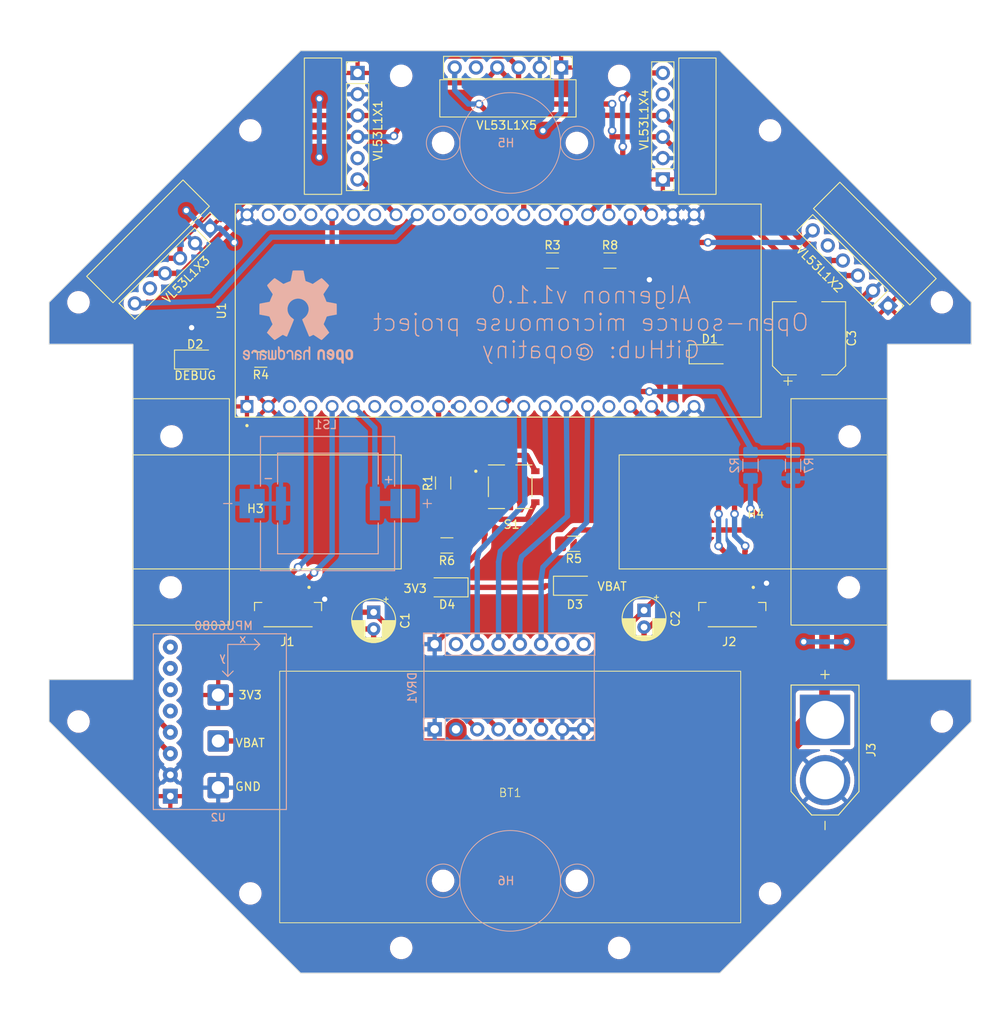
<source format=kicad_pcb>
(kicad_pcb (version 20240108) (generator "pcbnew") (generator_version "8.0")
  (title_block (title "Algernon micromouse PCB") (date "2024-05-03") (rev "v1.1.0") (company "OTH Regensburg / HEIG-VD"))
  (layers (0 "F.Cu" signal) (31 "B.Cu" signal) (34 "B.Paste" user) (35 "F.Paste" user) (36 "B.SilkS" user "B.Silkscreen") (37 "F.SilkS" user "F.Silkscreen") (38 "B.Mask" user) (39 "F.Mask" user) (44 "Edge.Cuts" user))
  (net 0 "")
  (net 1 "GND")
  (net 2 "Net-(D1-K)")
  (net 3 "Net-(D2-A)")
  (net 4 "ENC_L2")
  (net 5 "ENC_L1")
  (net 6 "+3.3V")
  (net 7 "MOT_L2")
  (net 8 "MOT_L1")
  (net 10 "ENC_R2")
  (net 11 "ENC_R1")
  (net 12 "MOT_R2")
  (net 13 "MOT_R1")
  (net 15 "+BATT")
  (net 16 "buzzer")
  (net 17 "SCL")
  (net 18 "SDA")
  (net 20 "XSHUT_L")
  (net 22 "XSHUT_FR")
  (net 24 "XSHUT_FL")
  (net 26 "XSHUT_R")
  (net 27 "XSHUT_F")
  (net 29 "DRV_L1")
  (net 30 "DRV_L2")
  (net 31 "DRV_R1")
  (net 32 "DRV_R2")
  (net 35 "unconnected-(U1-GPIO18-PadJ1_11)")
  (net 36 "button")
  (net 46 "Net-(D3-A)")
  (net 53 "Net-(D4-A)")
  (net 54 "Mes_bat")
  (net 55 "Mes_VCC")
  (net 56 "DEBUG")
  (footprint "footprints:JST_SH_6pins" (layer "F.Cu") (at 98.500006 108.000013 180)
    (property "Reference" "J1")
    (property "Value" "Left motor")
  )
  (footprint "LED_SMD:LED_1206_3216Metric_Pad1.42x1.75mm_HandSolder" (layer "F.Cu") (at 87.4125 76.835)
    (property "Reference" "D2")
    (property "Value" "DEBUG")
  )
  (footprint "footprints:Micromouse_bumper" (layer "F.Cu") (at 125 40)
    (property "Reference" "H1")
    (property "Value" "Bumper_front")
  )
  (footprint "Diode_SMD:D_1206_3216Metric_Pad1.42x1.75mm_HandSolder" (layer "F.Cu") (at 148.8075 76.2)
    (property "Reference" "D1")
    (property "Value" "D_Schottky")
  )
  (footprint "Resistor_SMD:R_1206_3216Metric_Pad1.30x1.75mm_HandSolder" (layer "F.Cu") (at 130.048 65.024)
    (property "Reference" "R3")
    (property "Value" "10k")
  )
  (footprint "Connector_Wire:SolderWire-0.75sqmm_1x01_D1.25mm_OD2.3mm" (layer "F.Cu") (at 90.17 127.889)
    (property "Reference" "H9")
    (property "Value" "GND")
  )
  (footprint "footprints:TinyTronics_VL53L1X_header_front" (layer "F.Cu") (at 131.08 42 -90)
    (property "Reference" "VL53L1X5")
    (property "Value" "Front")
  )
  (footprint "footprints:Polulu_Micro_Gearmotor" (layer "F.Cu") (at 91.499995 94.999988 180)
    (property "Reference" "H3")
    (property "Value" "Motor_holes")
  )
  (footprint "Connector_Wire:SolderWire-0.75sqmm_1x01_D1.25mm_OD2.3mm" (layer "F.Cu") (at 90.17 116.84)
    (property "Reference" "H7")
    (property "Value" "3V3")
  )
  (footprint "Capacitor_THT:CP_Radial_D5.0mm_P2.00mm" (layer "F.Cu") (at 108.712 106.966 -90)
    (property "Reference" "C1")
    (property "Value" "0.1uF")
  )
  (footprint "footprints:TinyTronics_VL53L1X" (layer "F.Cu") (at 143.207511 55.350004 180)
    (property "Reference" "VL53L1X4")
    (property "Value" "Right")
  )
  (footprint "footprints:LiPo_2S1P_Battery" (layer "F.Cu") (at 125 129)
    (property "Reference" "BT1")
    (property "Value" "Battery")
  )
  (footprint "footprints:Polulu_Micro_Gearmotor" (layer "F.Cu") (at 158.499988 94.999988)
    (property "Reference" "H4")
    (property "Value" "Motor_holes")
  )
  (footprint "Resistor_SMD:R_1206_3216Metric_Pad1.30x1.75mm_HandSolder" (layer "F.Cu") (at 136.906 65.024)
    (property "Reference" "R8")
    (property "Value" "1k")
  )
  (footprint "LED_SMD:LED_1206_3216Metric_Pad1.42x1.75mm_HandSolder" (layer "F.Cu") (at 117.5125 104 180)
    (property "Reference" "D4")
    (property "Value" "3V3")
  )
  (footprint "footprints:JST_SH_6pins" (layer "F.Cu") (at 151.500002 108.000013 180)
    (property "Reference" "J2")
    (property "Value" "Right motor")
  )
  (footprint "Resistor_SMD:R_1206_3216Metric_Pad1.30x1.75mm_HandSolder" (layer "F.Cu") (at 117 91.55 90)
    (property "Reference" "R1")
    (property "Value" "20k")
  )
  (footprint "Resistor_SMD:R_1206_3216Metric_Pad1.30x1.75mm_HandSolder" (layer "F.Cu") (at 95.25 76.835 180)
    (property "Reference" "R4")
    (property "Value" "30k")
  )
  (footprint "footprints:SW_PTS526_SMG15_SMTR2_LFS" (layer "F.Cu") (at 125 92)
    (property "Reference" "S1")
    (property "Value" "PTS526_SMG15_SMTR2_LFS")
  )
  (footprint "Capacitor_SMD:CP_Elec_8x10.5" (layer "F.Cu") (at 160.655 74.295 90)
    (property "Reference" "C3")
    (property "Value" "220uF")
  )
  (footprint "footprints:TinyTronics_VL53L1X" (layer "F.Cu") (at 170.071542 70.408724 -135)
    (property "Reference" "VL53L1X2")
    (property "Value" "Front-right")
  )
  (footprint "footprints:Micromouse_bumper" (layer "F.Cu") (at 125 150 180)
    (property "Reference" "H2")
    (property "Value" "Bumper_back")
  )
  (footprint "footprints:TinyTronics_VL53L1X" (layer "F.Cu") (at 89.201219 61.15845 -45)
    (property "Reference" "VL53L1X3")
    (property "Value" "Front-left")
  )
  (footprint "Capacitor_THT:CP_Radial_D5.0mm_P2.00mm" (layer "F.Cu") (at 140.97 106.740888 -90)
    (property "Reference" "C2")
    (property "Value" "0.1uF")
  )
  (footprint "LED_SMD:LED_1206_3216Metric_Pad1.42x1.75mm_HandSolder" (layer "F.Cu") (at 132.6245 103.806)
    (property "Reference" "D3")
    (property "Value" "VBAT")
  )
  (footprint "Resistor_SMD:R_1206_3216Metric_Pad1.30x1.75mm_HandSolder" (layer "F.Cu") (at 117.45 99 180)
    (property "Reference" "R6")
    (property "Value" "5k")
  )
  (footprint "footprints:AMASS_XT60-M" (layer "F.Cu") (at 162.56 123.4 -90)
    (property "Reference" "J3")
    (property "Value" "XT60-M")
  )
  (footprint "Resistor_SMD:R_1206_3216Metric_Pad1.30x1.75mm_HandSolder" (layer "F.Cu") (at 132.562 98.806)
    (property "Reference" "R5")
    (property "Value" "30k")
  )
  (footprint "footprints:TinyTronics_VL53L1X" (layer "F.Cu") (at 106.792497 42.650004)
    (property "Reference" "VL53L1X1")
    (property "Value" "Left")
  )
  (footprint "footprints:XCVR_ESP32-S3-DEVKITC-1U-N8R2" (layer "F.Cu") (at 123.569 70.993 90)
    (property "Reference" "U1")
    (property "Value" "ESP32-S3-DEVKITC-1U-N8R2")
  )
  (footprint "Connector_Wire:SolderWire-0.75sqmm_1x01_D1.25mm_OD2.3mm" (layer "F.Cu") (at 90.17 122.32)
    (property "Reference" "H8")
    (property "Value" "VBAT")
  )
  (footprint "footprints:GY-521" (layer "B.Cu") (at 90.551 120.015)
    (property "Reference" "U2")
    (property "Value" "GY-521")
  )
  (footprint "Resistor_SMD:R_1206_3216Metric_Pad1.30x1.75mm_HandSolder" (layer "B.Cu") (at 158.75 89.45 -90)
    (property "Reference" "R7")
    (property "Value" "1k")
  )
  (footprint "footprints:caster_wheel_custom" (layer "B.Cu") (at 125 51 180)
    (property "Reference" "H5")
    (property "Value" "Caster_wheel")
  )
  (footprint "footprints:caster_wheel_custom" (layer "B.Cu") (at 125 139 180)
    (property "Reference" "H6")
    (property "Value" "Caster_wheel")
  )
  (footprint "Symbol:OSHW-Logo2_14.6x12mm_SilkScreen" (layer "B.Cu") (at 99.695 71.755 180)
    (property "Reference" "REF**" (hide yes))
    (property "Value" "OSHW-Logo2_14.6x12mm_SilkScreen" (hide yes))
  )
  (footprint "footprints:buzzer_double_footprint" (layer "B.Cu") (at 103 94 180)
    (property "Reference" "LS1")
    (property "Value" "PKLCS1212E20A0-R1")
  )
  (footprint "Resistor_SMD:R_1206_3216Metric_Pad1.30x1.75mm_HandSolder" (layer "B.Cu") (at 153.67 89.45 90)
    (property "Reference" "R2")
    (property "Value" "10k")
  )
  (footprint "footprints:Polulu_DRV8833" (layer "B.Cu") (at 125 116 -90)
    (property "Reference" "DRV1")
    (property "Value" "DRV8833")
  )
  (gr_poly (pts (xy 180 70) (xy 180 75) (xy 170 75) (xy 170 115) (xy 180 115) (xy 180 120) (xy 150 150) (xy 100 150) (xy 70 120) (xy 70 115) (xy 80 115) (xy 80 75) (xy 70 75) (xy 70 70) (xy 100 40) (xy 150 40)) (stroke (width 0.1)) (fill none) (layer "Edge.Cuts"))
  (gr_text "Algernon v1.1.0\nOpen-source micromouse project\nGitHub: @opatiny" (at 134.62 67.945 0) (layer "B.SilkS") (effects (font (size 2.032 2.032)) (justify top mirror)))
  (segment (start 122 97.71) (end 122 93.85) (width 0.635) (layer "F.Cu") (net 1))
  (segment (start 119 104) (end 119 107.762002) (width 0.635) (layer "F.Cu") (net 1))
  (segment (start 129.219 103.806) (end 129.025 104) (width 0.635) (layer "F.Cu") (net 1))
  (segment (start 154.000002 105.079998) (end 155.575 103.505) (width 0.635) (layer "F.Cu") (net 1))
  (segment (start 160.655 70.595) (end 166.293164 70.595) (width 1.27) (layer "F.Cu") (net 1))
  (segment (start 102.804987 105.475013) (end 102.87 105.41) (width 0.635) (layer "F.Cu") (net 1))
  (segment (start 122 93.85) (end 122.05 93.85) (width 0.635) (layer "F.Cu") (net 1))
  (segment (start 119 107.762002) (end 115.991001 110.771001) (width 0.635) (layer "F.Cu") (net 1))
  (segment (start 166.293164 70.595) (end 168.275491 68.612673) (width 1.27) (layer "F.Cu") (net 1))
  (segment (start 119 101.98) (end 121.92 99.06) (width 0.635) (layer "F.Cu") (net 1))
  (segment (start 154.000002 105.475013) (end 154.000002 105.079998) (width 0.635) (layer "F.Cu") (net 1))
  (segment (start 121.92 97.79) (end 122 97.71) (width 0.635) (layer "F.Cu") (net 1))
  (segment (start 119 104) (end 119 101.98) (width 0.635) (layer "F.Cu") (net 1))
  (segment (start 144.399 59.563) (end 144.018 59.563) (width 0.635) (layer "F.Cu") (net 1))
  (segment (start 123.32 93.85) (end 122 93.85) (width 0.635) (layer "F.Cu") (net 1))
  (segment (start 85.925 76.835) (end 85.925 74.095) (width 0.635) (layer "F.Cu") (net 1))
  (segment (start 119 104) (end 129.025 104) (width 0.635) (layer "F.Cu") (net 1))
  (segment (start 128 93.85) (end 127 95.885) (width 0.635) (layer "F.Cu") (net 1))
  (segment (start 123.825 95.885) (end 123.32 93.85) (width 0.635) (layer "F.Cu") (net 1))
  (segment (start 138.456 66.701) (end 139.065 67.31) (width 0.635) (layer "F.Cu") (net 1))
  (segment (start 85.925 74.095) (end 86.995 73.025) (width 0.635) (layer "F.Cu") (net 1))
  (segment (start 101.000006 105.475013) (end 102.804987 105.475013) (width 0.635) (layer "F.Cu") (net 1))
  (segment (start 138.456 65.024) (end 138.456 66.701) (width 0.635) (layer "F.Cu") (net 1))
  (segment (start 139.065 67.31) (end 141.605 67.31) (width 0.635) (layer "F.Cu") (net 1))
  (segment (start 131.137 103.806) (end 129.219 103.806) (width 0.635) (layer "F.Cu") (net 1))
  (segment (start 127 95.885) (end 123.825 95.885) (width 0.635) (layer "F.Cu") (net 1))
  (segment (start 121.92 99.06) (end 121.92 97.79) (width 0.635) (layer "F.Cu") (net 1))
  (via (at 155.575 103.505) (size 1.016) (drill 0.635) (layers "F.Cu" "B.Cu") (net 1))
  (via (at 141.605 67.31) (size 1.016) (drill 0.635) (layers "F.Cu" "B.Cu") (net 1))
  (via (at 102.87 105.41) (size 1.016) (drill 0.635) (layers "F.Cu" "B.Cu") (net 1))
  (via (at 86.995 73.025) (size 1.016) (drill 0.635) (layers "F.Cu" "B.Cu") (net 1))
  (segment (start 94.214 94) (end 94.209 94.005) (width 0.635) (layer "B.Cu") (net 1))
  (segment (start 144.399 82.423) (end 144.399 79.121) (width 1.27) (layer "F.Cu") (net 2))
  (segment (start 144.399 79.121) (end 147.32 76.2) (width 1.27) (layer "F.Cu") (net 2))
  (segment (start 93.7 76.835) (end 88.9 76.835) (width 0.635) (layer "F.Cu") (net 3))
  (segment (start 100.000006 105.475013) (end 100.000006 103.834994) (width 0.635) (layer "F.Cu") (net 4))
  (segment (start 100.000006 103.834994) (end 101.6 102.235) (width 0.635) (layer "F.Cu") (net 4))
  (via (at 101.6 102.235) (size 1.016) (drill 0.635) (layers "F.Cu" "B.Cu") (net 4))
  (segment (start 103.759 82.423) (end 103.759 100.076) (width 0.635) (layer "B.Cu") (net 4))
  (segment (start 103.759 100.076) (end 101.6 102.235) (width 0.635) (layer "B.Cu") (net 4))
  (segment (start 99.000006 102.294994) (end 99.695 101.6) (width 0.635) (layer "F.Cu") (net 5))
  (segment (start 99.000006 105.475013) (end 99.000006 102.294994) (width 0.635) (layer "F.Cu") (net 5))
  (via (at 99.695 101.6) (size 1.016) (drill 0.635) (layers "F.Cu" "B.Cu") (net 5))
  (segment (start 101.219 82.423) (end 101.219 100.076) (width 0.635) (layer "B.Cu") (net 5))
  (segment (start 101.219 100.076) (end 99.695 101.6) (width 0.635) (layer "B.Cu") (net 5))
  (segment (start 117 97) (end 119 99) (width 0.635) (layer "F.Cu") (net 6))
  (segment (start 98.000006 105.475013) (end 98.000006 103.080006) (width 0.635) (layer "F.Cu") (net 6))
  (segment (start 117 93.1) (end 117 97) (width 0.635) (layer "F.Cu") (net 6))
  (segment (start 98.000006 103.080006) (end 97.155 102.235) (width 0.635) (layer "F.Cu") (net 6))
  (via (at 92.075 62.865) (size 1.016) (drill 0.635) (layers "F.Cu" "B.Cu") (net 6))
  (via (at 86.36 59.055) (size 1.016) (drill 0.635) (layers "F.Cu" "B.Cu") (net 6))
  (via (at 102.235 52.705) (size 1.016) (drill 0.635) (layers "F.Cu" "B.Cu") (net 6))
  (via (at 160.02 110.49) (size 1.016) (drill 0.635) (layers "F.Cu" "B.Cu") (net 6))
  (via (at 128.905 49.53) (size 1.016) (drill 0.635) (layers "F.Cu" "B.Cu") (net 6))
  (via (at 102.235 45.72) (size 1.016) (drill 0.635) (layers "F.Cu" "B.Cu") (net 6))
  (via (at 165.1 110.49) (size 1.016) (drill 0.635) (layers "F.Cu" "B.Cu") (net 6))
  (segment (start 131.08 47.355) (end 128.905 49.53) (width 0.635) (layer "B.Cu") (net 6))
  (segment (start 90.36845 61.15845) (end 92.075 62.865) (width 0.635) (layer "B.Cu") (net 6))
  (segment (start 89.201219 61.15845) (end 88.46345 61.15845) (width 0.635) (layer "B.Cu") (net 6))
  (segment (start 160.02 110.49) (end 165.1 110.49) (width 0.635) (layer "B.Cu") (net 6))
  (segment (start 88.46345 61.15845) (end 86.36 59.055) (width 0.635) (layer "B.Cu") (net 6))
  (segment (start 131.08 42) (end 131.08 47.355) (width 0.635) (layer "B.Cu") (net 6))
  (segment (start 102.235 45.72) (end 102.235 52.705) (width 0.635) (layer "B.Cu") (net 6))
  (segment (start 89.201219 61.15845) (end 90.36845 61.15845) (width 0.635) (layer "B.Cu") (net 6))
  (segment (start 110.49 108.744) (end 110.49 112.395) (width 0.635) (layer "F.Cu") (net 7))
  (segment (start 99.969993 109.855) (end 103.505 109.855) (width 0.635) (layer "F.Cu") (net 7))
  (segment (start 110.49 112.395) (end 116.005 117.91) (width 0.635) (layer "F.Cu") (net 7))
  (segment (start 97.000006 105.475013) (end 97.000006 106.885013) (width 0.635) (layer "F.Cu") (net 7))
  (segment (start 106.394 106.966) (end 108.712 106.966) (width 0.635) (layer "F.Cu") (net 7))
  (segment (start 103.505 109.855) (end 106.394 106.966) (width 0.635) (layer "F.Cu") (net 7))
  (segment (start 120.589999 117.91) (end 123.611 120.931001) (width 0.635) (layer "F.Cu") (net 7))
  (segment (start 108.712 106.966) (end 110.49 108.744) (width 0.635) (layer "F.Cu") (net 7))
  (segment (start 97.000006 106.885013) (end 99.969993 109.855) (width 0.635) (layer "F.Cu") (net 7))
  (segment (start 116.005 117.91) (end 120.589999 117.91) (width 0.635) (layer "F.Cu") (net 7))
  (segment (start 99.695 111.125) (end 104.14 111.125) (width 0.635) (layer "F.Cu") (net 8))
  (segment (start 96.000006 105.475013) (end 96.000006 107.430006) (width 0.635) (layer "F.Cu") (net 8))
  (segment (start 106.299 108.966) (end 108.712 108.966) (width 0.635) (layer "F.Cu") (net 8))
  (segment (start 118.885 118.745) (end 121.071001 120.931001) (width 0.635) (layer "F.Cu") (net 8))
  (segment (start 96.000006 107.430006) (end 99.695 111.125) (width 0.635) (layer "F.Cu") (net 8))
  (segment (start 108.712 113.157) (end 114.3 118.745) (width 0.635) (layer "F.Cu") (net 8))
  (segment (start 114.3 118.745) (end 118.885 118.745) (width 0.635) (layer "F.Cu") (net 8))
  (segment (start 108.712 108.966) (end 108.712 113.157) (width 0.635) (layer "F.Cu") (net 8))
  (segment (start 108.712 108.966) (end 109.106 108.966) (width 0.635) (layer "F.Cu") (net 8))
  (segment (start 104.14 111.125) (end 106.299 108.966) (width 0.635) (layer "F.Cu") (net 8))
  (segment (start 153.035 99.06) (end 153.035 99.695) (width 0.635) (layer "F.Cu") (net 10))
  (segment (start 153.000002 99.729998) (end 153.000002 105.475013) (width 0.635) (layer "F.Cu") (net 10))
  (segment (start 153.035 99.695) (end 153.000002 99.729998) (width 0.635) (layer "F.Cu") (net 10))
  (segment (start 141.859 82.423) (end 151.765 92.329) (width 0.635) (layer "F.Cu") (net 10))
  (segment (start 151.765 92.329) (end 151.765 95.25) (width 0.635) (layer "F.Cu") (net 10))
  (via (at 153.035 99.06) (size 1.016) (drill 0.635) (layers "F.Cu" "B.Cu") (net 10))
  (via (at 151.765 95.25) (size 1.016) (drill 0.635) (layers "F.Cu" "B.Cu") (net 10))
  (segment (start 151.765 95.25) (end 151.765 97.79) (width 0.635) (layer "B.Cu") (net 10))
  (segment (start 151.765 97.79) (end 153.035 99.06) (width 0.635) (layer "B.Cu") (net 10))
  (segment (start 149.86 92.964) (end 149.86 95.25) (width 0.635) (layer "F.Cu") (net 11))
  (segment (start 152.000002 101.200002) (end 152.000002 105.475013) (width 0.635) (layer "F.Cu") (net 11))
  (segment (start 139.319 82.423) (end 149.86 92.964) (width 0.635) (layer "F.Cu") (net 11))
  (segment (start 149.86 99.06) (end 152.000002 101.200002) (width 0.635) (layer "F.Cu") (net 11))
  (via (at 149.86 95.25) (size 1.016) (drill 0.635) (layers "F.Cu" "B.Cu") (net 11))
  (via (at 149.86 99.06) (size 1.016) (drill 0.635) (layers "F.Cu" "B.Cu") (net 11))
  (segment (start 149.86 95.25) (end 149.86 99.06) (width 0.635) (layer "B.Cu") (net 11))
  (segment (start 128.27 116.84) (end 126.151 118.959) (width 0.635) (layer "F.Cu") (net 12))
  (segment (start 135.89 116.84) (end 128.27 116.84) (width 0.635) (layer "F.Cu") (net 12))
  (segment (start 140.97 106.740888) (end 140.909112 106.740888) (width 0.635) (layer "F.Cu") (net 12))
  (segment (start 140.97 106.740888) (end 139.065 108.645888) (width 0.635) (layer "F.Cu") (net 12))
  (segment (start 149.774989 104.14) (end 143.570888 104.14) (width 0.635) (layer "F.Cu") (net 12))
  (segment (start 150.000002 104.365013) (end 149.774989 104.14) (width 0.635) (layer "F.Cu") (net 12))
  (segment (start 126.151 118.959) (end 126.151 120.931001) (width 0.635) (layer "F.Cu") (net 12))
  (segment (start 139.065 108.645888) (end 139.065 113.665) (width 0.635) (layer "F.Cu") (net 12))
  (segment (start 150.000002 105.475013) (end 150.000002 104.365013) (width 0.635) (layer "F.Cu") (net 12))
  (segment (start 143.570888 104.14) (end 140.97 106.740888) (width 0.635) (layer "F.Cu") (net 12))
  (segment (start 139.065 113.665) (end 135.89 116.84) (width 0.635) (layer "F.Cu") (net 12))
  (segment (start 144.870875 105.475013) (end 141.605 108.740888) (width 0.635) (layer "F.Cu") (net 13))
  (segment (start 128.691001 119.593999) (end 128.691001 120.931001) (width 0.635) (layer "F.Cu") (net 13))
  (segment (start 140.97 108.740888) (end 140.97 114.3) (width 0.635) (layer "F.Cu") (net 13))
  (segment (start 149.000002 105.475013) (end 144.870875 105.475013) (width 0.635) (layer "F.Cu") (net 13))
  (segment (start 137.16 118.11) (end 130.175 118.11) (width 0.635) (layer "F.Cu") (net 13))
  (segment (start 141.605 108.740888) (end 140.97 108.740888) (width 0.635) (layer "F.Cu") (net 13))
  (segment (start 130.175 118.11) (end 128.691001 119.593999) (width 0.635) (layer "F.Cu") (net 13))
  (segment (start 140.97 114.3) (end 137.16 118.11) (width 0.635) (layer "F.Cu") (net 13))
  (segment (start 154.305 97.155) (end 132.663 97.155) (width 0.635) (layer "F.Cu") (net 15))
  (segment (start 154.305 97.155) (end 162.500005 97.155) (width 0.635) (layer "F.Cu") (net 15))
  (segment (start 157.48 76.2) (end 162.56 81.28) (width 1.27) (layer "F.Cu") (net 15))
  (segment (start 118.531001 120.931001) (end 118.531001 122.133082) (width 2.54) (layer "F.Cu") (net 15))
  (segment (start 150.295 76.2) (end 157.48 76.2) (width 1.27) (layer "F.Cu") (net 15))
  (segment (start 162.500005 97.79) (end 162.500005 118.40001) (width 1.27) (layer "F.Cu") (net 15))
  (segment (start 154.305 95.25) (end 153.67 94.615) (width 0.635) (layer "F.Cu") (net 15))
  (segment (start 118.531001 122.133082) (end 120.740419 124.3425) (width 2.54) (layer "F.Cu") (net 15))
  (segment (start 118.344083 122.32) (end 118.531001 122.133082) (width 0.635) (layer "F.Cu") (net 15))
  (segment (start 156.557515 124.3425) (end 162.500005 118.40001) (width 2.54) (layer "F.Cu") (net 15))
  (segment (start 90.17 122.32) (end 118.344083 122.32) (width 0.635) (layer "F.Cu") (net 15))
  (segment (start 162.56 82.55) (end 162.500005 82.609995) (width 1.27) (layer "F.Cu") (net 15))
  (segment (start 162.500005 97.155) (end 162.500005 97.79) (width 1.27) (layer "F.Cu") (net 15))
  (segment (start 132.663 97.155) (end 131.012 98.806) (width 0.635) (layer "F.Cu") (net 15))
  (segment (start 154.305 97.155) (end 154.305 95.25) (width 0.635) (layer "F.Cu") (net 15))
  (segment (start 120.740419 124.3425) (end 156.557515 124.3425) (width 2.54) (layer "F.Cu") (net 15))
  (segment (start 162.56 81.28) (end 162.56 82.55) (width 1.27) (layer "F.Cu") (net 15))
  (segment (start 162.500005 82.609995) (end 162.500005 97.79) (width 1.27) (layer "F.Cu") (net 15))
  (via (at 153.67 94.615) (size 1.016) (drill 0.635) (layers "F.Cu" "B.Cu") (net 15))
  (segment (start 153.67 94.615) (end 153.67 91) (width 0.635) (layer "B.Cu") (net 15))
  (segment (start 106.299 82.423) (end 108.854 84.978) (width 0.635) (layer "B.Cu") (net 16))
  (segment (start 108.854 94) (end 112.204 94) (width 0.635) (layer "B.Cu") (net 16))
  (segment (start 112.204 94) (end 112.209 94.005) (width 0.635) (layer "B.Cu") (net 16))
  (segment (start 108.854 84.978) (end 108.854 94) (width 0.635) (layer "B.Cu") (net 16))
  (segment (start 126 42) (end 126 44.335849) (width 0.635) (layer "F.Cu") (net 17))
  (segment (start 76.835 73.66) (end 80.01 73.66) (width 0.635) (layer "F.Cu") (net 17))
  (segment (start 137.265004 50.270004) (end 143.207511 50.270004) (width 0.635) (layer "F.Cu") (net 17))
  (segment (start 106.792497 47.730004) (end 100.695727 47.730004) (width 0.635) (layer "F.Cu") (net 17))
  (segment (start 111.1325 40.6325) (end 109.855 41.91) (width 0.635) (layer "F.Cu") (net 17))
  (segment (start 83.675179 64.750552) (end 83.655731 64.77) (width 0.635) (layer "F.Cu") (net 17))
  (segment (start 137.16 49.53) (end 137.16 50.165) (width 0.635) (layer "F.Cu") (net 17))
  (segment (start 109.855 41.91) (end 109.855 46.99) (width 0.635) (layer "F.Cu") (net 17))
  (segment (start 76.2 69.215) (end 76.2 73.025) (width 0.635) (layer "F.Cu") (net 17))
  (segment (start 80.01 73.66) (end 81.28 74.93) (width 0.635) (layer "F.Cu") (net 17))
  (segment (start 81.28 120.65) (end 84.455 123.825) (width 0.635) (layer "F.Cu") (net 17))
  (segment (start 128.019151 46.355) (end 137.16 46.355) (width 0.635) (layer "F.Cu") (net 17))
  (segment (start 126 42) (end 124.6325 40.6325) (width 0.635) (layer "F.Cu") (net 17))
  (segment (start 143.207511 50.270004) (end 159.754129 66.816622) (width 0.635) (layer "F.Cu") (net 17))
  (segment (start 109.855 46.99) (end 108.479996 47.730004) (width 0.635) (layer "F.Cu") (net 17))
  (segment (start 85.609117 62.816614) (end 85.609117 64.750552) (width 0.635) (layer "F.Cu") (net 17))
  (segment (start 83.655731 64.77) (end 80.645 64.77) (width 0.635) (layer "F.Cu") (net 17))
  (segment (start 137.16 50.165) (end 137.16 50.8) (width 0.635) (layer "F.Cu") (net 17))
  (segment (start 76.2 73.025) (end 76.835 73.66) (width 0.635) (layer "F.Cu") (net 17))
  (segment (start 137.16 50.8) (end 136.779 51.181) (width 0.635) (layer "F.Cu") (net 17))
  (segment (start 136.779 51.181) (end 136.779 59.563) (width 0.635) (layer "F.Cu") (net 17))
  (segment (start 159.754129 66.816622) (end 166.47944 66.816622) (width 0.635) (layer "F.Cu") (net 17))
  (segment (start 80.645 64.77) (end 76.2 69.215) (width 0.635) (layer "F.Cu") (net 17))
  (segment (start 81.28 74.93) (end 81.28 120.65) (width 0.635) (layer "F.Cu") (net 17))
  (segment (start 124.6325 40.6325) (end 111.1325 40.6325) (width 0.635) (layer "F.Cu") (net 17))
  (segment (start 137.16 50.165) (end 137.265004 50.270004) (width 0.635) (layer "F.Cu") (net 17))
  (segment (start 108.479996 47.730004) (end 106.792497 47.730004) (width 0.635) (layer "F.Cu") (net 17))
  (segment (start 126 44.335849) (end 128.019151 46.355) (width 0.635) (layer "F.Cu") (net 17))
  (segment (start 100.695727 47.730004) (end 85.609117 62.816614) (width 0.635) (layer "F.Cu") (net 17))
  (segment (start 85.609117 64.750552) (end 83.675179 64.750552) (width 0.635) (layer "F.Cu") (net 17))
  (via (at 137.16 46.355) (size 1.016) (drill 0.635) (layers "F.Cu" "B.Cu") (net 17))
  (via (at 137.16 49.53) (size 1.016) (drill 0.635) (layers "F.Cu" "B.Cu") (net 17))
  (segment (start 137.16 46.355) (end 137.16 49.53) (width 0.635) (layer "B.Cu") (net 17))
  (segment (start 128.27 47.625) (end 125.095 45.085) (width 0.635) (layer "F.Cu") (net 18))
  (segment (start 106.792497 50.270004) (end 101.078267 50.270004) (width 0.635) (layer "F.Cu") (net 18))
  (segment (start 80.773396 66.546604) (end 77.47 69.85) (width 0.635) (layer "F.Cu") (net 18))
  (segment (start 91.44 59.908271) (end 91.44 60.853607) (width 0.635) (layer "F.Cu") (net 18))
  (segment (start 121.92 43.815) (end 123.46 42) (width 0.635) (layer "F.Cu") (net 18))
  (segment (start 143.207511 47.730004) (end 160.498077 65.02057) (width 0.635) (layer "F.Cu") (net 18))
  (segment (start 125.095 45.085) (end 124.46 44.45) (width 0.635) (layer "F.Cu") (net 18))
  (segment (start 124.46 44.45) (end 124.46 43) (width 0.635) (layer "F.Cu") (net 18))
  (segment (start 82.55 75.019132) (end 82.55 119.38) (width 0.635) (layer "F.Cu") (net 18))
  (segment (start 82.55 119.38) (end 84.455 121.285) (width 0.635) (layer "F.Cu") (net 18))
  (segment (start 135.255 58.547) (end 135.255 47.690051) (width 0.635) (layer "F.Cu") (net 18))
  (segment (start 143.207511 47.730004) (end 139.545004 47.730004) (width 0.635) (layer "F.Cu") (net 18))
  (segment (start 111.125 50.165) (end 114.935 43.815) (width 0.635) (layer "F.Cu") (net 18))
  (segment (start 77.905 72.825) (end 80.355868 72.825) (width 0.635) (layer "F.Cu") (net 18))
  (segment (start 139.545004 47.730004) (end 135.255 47.690051) (width 0.635) (layer "F.Cu") (net 18))
  (segment (start 85.747003 66.546604) (end 83.813065 66.546604) (width 0.635) (layer "F.Cu") (net 18))
  (segment (start 134.239 59.563) (end 135.255 58.547) (width 0.635) (layer "F.Cu") (net 18))
  (segment (start 91.44 60.853607) (end 85.747003 66.546604) (width 0.635) (layer "F.Cu") (net 18))
  (segment (start 160.498077 65.02057) (end 164.683388 65.02057) (width 0.635) (layer "F.Cu") (net 18))
  (segment (start 77.47 69.85) (end 77.47 71.955) (width 0.635) (layer "F.Cu") (net 18))
  (segment (start 77.47 71.955) (end 77.905 72.825) (width 0.635) (layer "F.Cu") (net 18))
  (segment (start 114.935 43.815) (end 121.92 43.815) (width 0.635) (layer "F.Cu") (net 18))
  (segment (start 80.355868 72.825) (end 82.55 75.019132) (width 0.635) (layer "F.Cu") (net 18))
  (segment (start 135.255 47.690051) (end 128.27 47.625) (width 0.635) (layer "F.Cu") (net 18))
  (segment (start 124.46 43) (end 123.46 42) (width 0.635) (layer "F.Cu") (net 18))
  (segment (start 101.078267 50.270004) (end 91.44 59.908271) (width 0.635) (layer "F.Cu") (net 18))
  (segment (start 83.813065 66.546604) (end 80.773396 66.546604) (width 0.635) (layer "F.Cu") (net 18))
  (via (at 111.125 50.165) (size 1.016) (drill 0.635) (layers "F.Cu" "B.Cu") (net 18))
  (segment (start 111.019996 50.270004) (end 111.125 50.165) (width 0.635) (layer "B.Cu") (net 18))
  (segment (start 106.792497 50.270004) (end 111.019996 50.270004) (width 0.635) (layer "B.Cu") (net 18))
  (segment (start 107.166004 55.350004) (end 111.379 59.563) (width 0.635) (layer "F.Cu") (net 20))
  (segment (start 106.792497 55.350004) (end 107.166004 55.350004) (width 0.635) (layer "F.Cu") (net 20))
  (segment (start 148.59 62.865) (end 140.97 62.865) (width 0.635) (layer "F.Cu") (net 22))
  (segment (start 140.97 62.865) (end 139.319 61.214) (width 0.635) (layer "F.Cu") (net 22))
  (segment (start 139.319 61.214) (end 139.319 59.563) (width 0.635) (layer "F.Cu") (net 22))
  (via (at 148.59 62.865) (size 1.016) (drill 0.635) (layers "F.Cu" "B.Cu") (net 22))
  (segment (start 159.654754 62.865) (end 161.091286 61.428468) (width 0.635) (layer "B.Cu") (net 22))
  (segment (start 148.59 62.865) (end 159.654754 62.865) (width 0.635) (layer "B.Cu") (net 22))
  (segment (start 111.252 62.23) (end 96.52 62.23) (width 0.635) (layer "B.Cu") (net 24))
  (segment (start 113.919 59.563) (end 111.252 62.23) (width 0.635) (layer "B.Cu") (net 24))
  (segment (start 89.535 69.85) (end 80.220963 70.138706) (width 0.635) (layer "B.Cu") (net 24))
  (segment (start 96.52 62.23) (end 89.535 69.85) (width 0.635) (layer "B.Cu") (net 24))
  (segment (start 143.207511 42.650004) (end 141.499996 42.650004) (width 0.635) (layer "F.Cu") (net 26))
  (segment (start 138.43 56.134) (end 141.859 59.563) (width 0.635) (layer "F.Cu") (net 26))
  (segment (start 138.43 51.435) (end 138.43 56.134) (width 0.635) (layer "F.Cu") (net 26))
  (segment (start 141.499996 42.650004) (end 138.43 45.72) (width 0.635) (layer "F.Cu") (net 26))
  (via (at 138.43 51.435) (size 1.016) (drill 0.635) (layers "F.Cu" "B.Cu") (net 26))
  (via (at 138.43 45.72) (size 1.016) (drill 0.635) (layers "F.Cu" "B.Cu") (net 26))
  (segment (start 138.43 45.72) (end 138.43 51.435) (width 0.635) (layer "B.Cu") (net 26))
  (segment (start 126.619 51.689) (end 121.285 46.355) (width 0.635) (layer "F.Cu") (net 27))
  (segment (start 126.619 59.563) (end 126.619 51.689) (width 0.635) (layer "F.Cu") (net 27))
  (via (at 121.285 46.355) (size 1.016) (drill 0.635) (layers "F.Cu" "B.Cu") (net 27))
  (segment (start 118.38 44.72) (end 118.38 42) (width 0.635) (layer "B.Cu") (net 27))
  (segment (start 121.285 46.355) (end 120.015 46.355) (width 0.635) (layer "B.Cu") (net 27))
  (segment (start 120.015 46.355) (end 118.38 44.72) (width 0.635) (layer "B.Cu") (net 27))
  (segment (start 121.285 99.695) (end 121.071 100.544) (width 0.635) (layer "B.Cu") (net 29))
  (segment (start 126.746 93.98) (end 121.285 99.695) (width 0.635) (layer "B.Cu") (net 29))
  (segment (start 121.071 100.544) (end 121.071 110.771) (width 0.635) (layer "B.Cu") (net 29))
  (segment (start 126.619 82.423) (end 126.746 93.98) (width 0.635) (layer "B.Cu") (net 29))
  (segment (start 123.611 100.965) (end 123.611 110.771) (width 0.635) (layer "B.Cu") (net 30))
  (segment (start 123.825 99.695) (end 123.611 100.965) (width 0.635) (layer "B.Cu") (net 30))
  (segment (start 129.159 82.423) (end 129.286 94.355) (width 0.635) (layer "B.Cu") (net 30))
  (segment (start 129.286 94.355) (end 123.825 99.695) (width 0.635) (layer "B.Cu") (net 30))
  (segment (start 134.239 82.423) (end 134.112 96.266) (width 0.635) (layer "B.Cu") (net 31))
  (segment (start 128.905 101.6) (end 128.691 103.084) (width 0.635) (layer "B.Cu") (net 31))
  (segment (start 128.691 103.084) (end 128.691 110.771) (width 0.635) (layer "B.Cu") (net 31))
  (segment (start 134.112 96.266) (end 128.905 101.6) (width 0.635) (layer "B.Cu") (net 31))
  (segment (start 126.151 101.179) (end 126.151 110.771) (width 0.635) (layer "B.Cu") (net 32))
  (segment (start 126.365 100.33) (end 126.151 101.179) (width 0.635) (layer "B.Cu") (net 32))
  (segment (start 131.699 82.423) (end 131.826 95.504) (width 0.635) (layer "B.Cu") (net 32))
  (segment (start 131.826 95.504) (end 126.365 100.33) (width 0.635) (layer "B.Cu") (net 32))
  (segment (start 118.37 82.43) (end 118.23 82.43) (width 0.635) (layer "B.Cu") (net 35))
  (segment (start 116.459 82.423) (end 116.459 89.459) (width 0.635) (layer "F.Cu") (net 36))
  (segment (start 123.19 88.265) (end 127 88.265) (width 0.635) (layer "F.Cu") (net 36))
  (segment (start 127 88.265) (end 128 90.15) (width 0.635) (layer "F.Cu") (net 36))
  (segment (start 116.459 89.459) (end 117 90) (width 0.635) (layer "F.Cu") (net 36))
  (segment (start 122 90.15) (end 123.19 88.265) (width 0.635) (layer "F.Cu") (net 36))
  (segment (start 117 90) (end 121.85 90) (width 0.635) (layer "F.Cu") (net 36))
  (segment (start 121.85 90) (end 122 90.15) (width 0.635) (layer "F.Cu") (net 36))
  (segment (start 134.112 98.806) (end 134.112 103.806) (width 0.635) (layer "F.Cu") (net 46))
  (segment (start 115.9 103.875) (end 116.025 104) (width 0.635) (layer "F.Cu") (net 53))
  (segment (start 115.9 99) (end 115.9 103.875) (width 0.635) (layer "F.Cu") (net 53))
  (segment (start 125.857 80.645) (end 141.605 80.645) (width 0.635) (layer "F.Cu") (net 54))
  (segment (start 124.079 82.423) (end 125.857 80.645) (width 0.635) (layer "F.Cu") (net 54))
  (via (at 141.605 80.645) (size 1.016) (drill 0.635) (layers "F.Cu" "B.Cu") (net 54))
  (segment (start 149.86 80.645) (end 153.67 87.340271) (width 0.635) (layer "B.Cu") (net 54))
  (segment (start 153.67 87.9) (end 158.75 87.9) (width 0.635) (layer "B.Cu") (net 54))
  (segment (start 141.605 80.645) (end 149.86 80.645) (width 0.635) (layer "B.Cu") (net 54))
  (segment (start 153.67 87.340271) (end 153.67 87.9) (width 0.635) (layer "B.Cu") (net 54))
  (segment (start 131.699 59.563) (end 131.699 64.923) (width 0.635) (layer "F.Cu") (net 55))
  (segment (start 131.598 65.024) (end 135.356 65.024) (width 0.635) (layer "F.Cu") (net 55))
  (segment (start 131.699 64.923) (end 131.598 65.024) (width 0.635) (layer "F.Cu") (net 55))
  (segment (start 103.759 69.876) (end 96.8 76.835) (width 0.635) (layer "F.Cu") (net 56))
  (segment (start 103.759 59.563) (end 103.759 69.876) (width 0.635) (layer "F.Cu") (net 56))
  (zone (net 6) (net_name "+3.3V") (layer "F.Cu") (connect_pads (clearance 0.508)) (min_thickness 0.254) (fill yes (thermal_gap 0.508) (thermal_bridge_width 0.508))
    (polygon (pts (xy 184.15 153.67) (xy 64.135 153.67) (xy 64.135 37.465) (xy 184.15 37.465)))
  )
  (zone (net 1) (net_name "GND") (layer "B.Cu") (connect_pads (clearance 0.508)) (min_thickness 0.254) (fill yes (thermal_gap 0.508) (thermal_bridge_width 0.508))
    (polygon (pts (xy 184.15 153.67) (xy 64.135 153.67) (xy 64.135 37.465) (xy 184.15 37.465)))
  )
)
</source>
